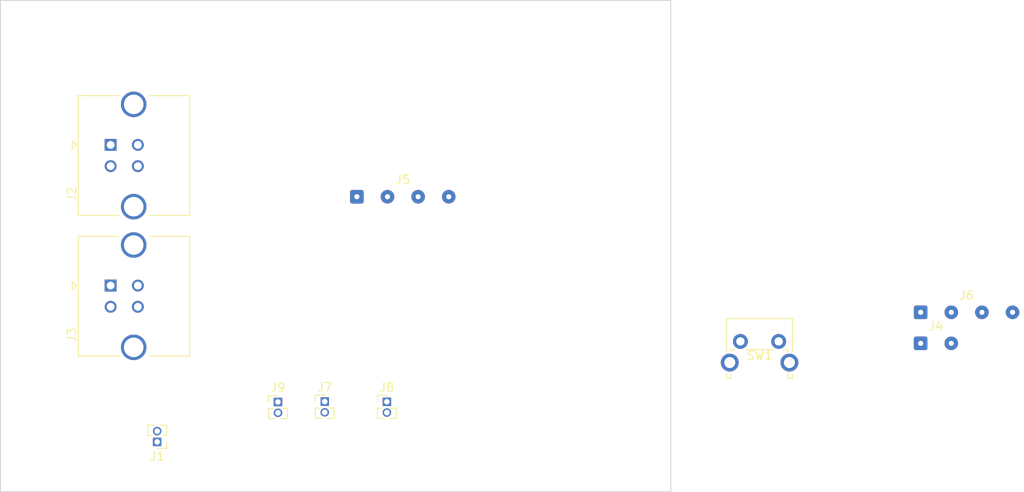
<source format=kicad_pcb>
(kicad_pcb (version 20221018) (generator pcbnew)
  (layers (0 "F.Cu" signal) (31 "B.Cu" signal) (34 "B.Paste" user) (35 "F.Paste" user) (36 "B.SilkS" user "B.Silkscreen") (37 "F.SilkS" user "F.Silkscreen") (38 "B.Mask" user) (39 "F.Mask" user) (44 "Edge.Cuts" user))
  (net 0 "")
  (net 1 "/H1 - Onboard Harp Configuration/Camera2_conn_trigger")
  (net 2 "/H1 - Onboard Harp Configuration/Camera1_conn_trigger")
  (net 3 "/H1 - Onboard Harp Configuration/USB1_V+")
  (net 4 "/H1 - Onboard Harp Configuration/USB1_data-")
  (net 5 "/H1 - Onboard Harp Configuration/USB1_data+")
  (net 6 "GNDD")
  (net 7 "/H1 - Onboard Harp Configuration/USB2_V+")
  (net 8 "/Bonsai Interface PC/HARP1_USB_toBonsai ??")
  (net 9 "/Bonsai Interface PC/HARP2 _USB_toBonsai ??")
  (net 10 "/Bonsai Interface PC/USB2_V+")
  (net 11 "/Bonsai Interface PC/USB2_GND")
  (net 12 "/Bonsai Interface PC/USB1_V+")
  (net 13 "/Bonsai Interface PC/USB1_data-")
  (net 14 "/Bonsai Interface PC/USB1_data+")
  (net 15 "/Bonsai Interface PC/USB1_GND")
  (net 16 "+12V")
  (net 17 "+12P")
  (net 18 "USB2_data-")
  (net 19 "USB2_data+")
  (net 22 "+3.3V")
  (footprint "Connector_Wire:SolderWire-0.1sqmm_1x04_P3.6mm_D0.4mm_OD1mm" (layer "F.Cu") (at 201.05 111.175)
    (fp_text reference "J6" (at 5.4 -2) (layer "F.SilkS"))
    (fp_text value "Conn_01x04_Male")
    (pad "1" thru_hole roundrect (at 0 0) (size 1.6 1.6) (drill 0.6) (layers "*.Cu" "*.Mask") (roundrect_rratio 0.15625) (net 12 "/Bonsai Interface PC/USB1_V+"))
    (pad "2" thru_hole circle (at 3.6 0) (size 1.6 1.6) (drill 0.6) (layers "*.Cu" "*.Mask") (net 13 "/Bonsai Interface PC/USB1_data-"))
    (pad "3" thru_hole circle (at 7.2 0) (size 1.6 1.6) (drill 0.6) (layers "*.Cu" "*.Mask") (net 14 "/Bonsai Interface PC/USB1_data+"))
    (pad "4" thru_hole circle (at 10.8 0) (size 1.6 1.6) (drill 0.6) (layers "*.Cu" "*.Mask") (net 15 "/Bonsai Interface PC/USB1_GND"))
  )
  (footprint "Connector_Wire:SolderWire-0.1sqmm_1x04_P3.6mm_D0.4mm_OD1mm" (layer "F.Cu") (at 134.775 97.575)
    (fp_text reference "J5" (at 5.4 -2) (layer "F.SilkS"))
    (fp_text value "Conn_01x04_Male")
    (pad "1" thru_hole roundrect (at 0 0) (size 1.6 1.6) (drill 0.6) (layers "*.Cu" "*.Mask") (roundrect_rratio 0.15625) (net 10 "/Bonsai Interface PC/USB2_V+"))
    (pad "2" thru_hole circle (at 3.6 0) (size 1.6 1.6) (drill 0.6) (layers "*.Cu" "*.Mask") (net 18 "USB2_data-"))
    (pad "3" thru_hole circle (at 7.2 0) (size 1.6 1.6) (drill 0.6) (layers "*.Cu" "*.Mask") (net 19 "USB2_data+"))
    (pad "4" thru_hole circle (at 10.8 0) (size 1.6 1.6) (drill 0.6) (layers "*.Cu" "*.Mask") (net 11 "/Bonsai Interface PC/USB2_GND"))
  )
  (footprint "Button_Switch_THT:SW_Tactile_SPST_Angled_PTS645Vx83-2LFS" (layer "F.Cu") (at 179.86 114.6)
    (fp_text reference "SW1" (at 2.25 1.68) (layer "F.SilkS"))
    (fp_text value "SW_Push_Open")
    (fp_line (start -1.61 -2.7) (end -1.61 1.2) (stroke (width 0.12)) (layer "F.SilkS"))
    (fp_line (start -1.61 -2.7) (end 6.11 -2.7) (stroke (width 0.12)) (layer "F.SilkS"))
    (fp_line (start -1.61 3.8) (end -1.61 4.31) (stroke (width 0.12)) (layer "F.SilkS"))
    (fp_line (start -1.61 4.31) (end -1.09 4.31) (stroke (width 0.12)) (layer "F.SilkS"))
    (fp_line (start -1.09 0.97) (end -1.09 1.2) (stroke (width 0.12)) (layer "F.SilkS"))
    (fp_line (start -1.09 0.97) (end -0.55 0.97) (stroke (width 0.12)) (layer "F.SilkS"))
    (fp_line (start -1.09 3.8) (end -1.09 4.31) (stroke (width 0.12)) (layer "F.SilkS"))
    (fp_line (start 0.55 0.97) (end 3.95 0.97) (stroke (width 0.12)) (layer "F.SilkS"))
    (fp_line (start 5.05 0.97) (end 5.59 0.97) (stroke (width 0.12)) (layer "F.SilkS"))
    (fp_line (start 5.59 0.97) (end 5.59 1.2) (stroke (width 0.12)) (layer "F.SilkS"))
    (fp_line (start 5.59 3.8) (end 5.59 4.31) (stroke (width 0.12)) (layer "F.SilkS"))
    (fp_line (start 5.59 4.31) (end 6.11 4.31) (stroke (width 0.12)) (layer "F.SilkS"))
    (fp_line (start 6.11 -2.7) (end 6.11 1.2) (stroke (width 0.12)) (layer "F.SilkS"))
    (fp_line (start 6.11 3.8) (end 6.11 4.31) (stroke (width 0.12)) (layer "F.SilkS"))
    (pad "" thru_hole circle (at -1.25 2.49) (size 2.1 2.1) (drill 1.3) (layers "*.Cu" "*.Mask"))
    (pad "" thru_hole circle (at 5.76 2.49) (size 2.1 2.1) (drill 1.3) (layers "*.Cu" "*.Mask"))
    (pad "1" thru_hole circle (at 0 0) (size 1.75 1.75) (drill 0.99) (layers "*.Cu" "*.Mask") (net 16 "+12V"))
    (pad "2" thru_hole circle (at 4.5 0) (size 1.75 1.75) (drill 0.99) (layers "*.Cu" "*.Mask") (net 17 "+12P"))
  )
  (footprint "Connector_USB:USB_B_TE_5787834_Vertical" (layer "F.Cu") (at 105.83 91.475 90)
    (fp_text reference "J2" (at -5.8 -4.55 90) (layer "F.SilkS"))
    (fp_text value "USB_B")
    (fp_line (start -8.3 -3.8) (end 5.8 -3.8) (stroke (width 0.12)) (layer "F.SilkS"))
    (fp_line (start -8.3 1) (end -8.3 -3.8) (stroke (width 0.12)) (layer "F.SilkS"))
    (fp_line (start -8.3 9.3) (end -8.3 4.5) (stroke (width 0.12)) (layer "F.SilkS"))
    (fp_line (start -0.5 -4.5) (end 0 -4) (stroke (width 0.12)) (layer "F.SilkS"))
    (fp_line (start 0 -4) (end 0.5 -4.5) (stroke (width 0.12)) (layer "F.SilkS"))
    (fp_line (start 0.5 -4.5) (end -0.5 -4.5) (stroke (width 0.12)) (layer "F.SilkS"))
    (fp_line (start 5.8 -3.8) (end 5.8 1) (stroke (width 0.12)) (layer "F.SilkS"))
    (fp_line (start 5.8 4.5) (end 5.8 9.3) (stroke (width 0.12)) (layer "F.SilkS"))
    (fp_line (start 5.8 9.3) (end -8.3 9.3) (stroke (width 0.12)) (layer "F.SilkS"))
    (pad "1" thru_hole rect (at 0 0 90) (size 1.4 1.4) (drill 0.92) (layers "*.Cu" "*.Mask") (net 3 "/H1 - Onboard Harp Configuration/USB1_V+"))
    (pad "2" thru_hole circle (at -2.5 0 90) (size 1.4 1.4) (drill 0.92) (layers "*.Cu" "*.Mask") (net 4 "/H1 - Onboard Harp Configuration/USB1_data-"))
    (pad "3" thru_hole circle (at -2.5 3.2 90) (size 1.4 1.4) (drill 0.92) (layers "*.Cu" "*.Mask") (net 5 "/H1 - Onboard Harp Configuration/USB1_data+"))
    (pad "4" thru_hole circle (at 0 3.2 90) (size 1.4 1.4) (drill 0.92) (layers "*.Cu" "*.Mask") (net 6 "GNDD"))
    (pad "5" thru_hole circle (at -7.27 2.71 90) (size 3 3) (drill 2.3) (layers "*.Cu" "*.Mask") (net 6 "GNDD"))
    (pad "5" thru_hole circle (at 4.77 2.71 90) (size 3 3) (drill 2.3) (layers "*.Cu" "*.Mask") (net 6 "GNDD"))
  )
  (footprint "Connector_PinHeader_1.27mm:PinHeader_1x02_P1.27mm_Vertical" (layer "F.Cu") (at 131 121.675)
    (fp_text reference "J7" (at 0 -1.695) (layer "F.SilkS"))
    (fp_text value "Conn_01x02_Female")
    (fp_line (start -1.11 -0.76) (end 0 -0.76) (stroke (width 0.12)) (layer "F.SilkS"))
    (fp_line (start -1.11 0) (end -1.11 -0.76) (stroke (width 0.12)) (layer "F.SilkS"))
    (fp_line (start -1.11 0.76) (end -1.11 1.965) (stroke (width 0.12)) (layer "F.SilkS"))
    (fp_line (start -1.11 0.76) (end -0.563471 0.76) (stroke (width 0.12)) (layer "F.SilkS"))
    (fp_line (start -1.11 1.965) (end -0.30753 1.965) (stroke (width 0.12)) (layer "F.SilkS"))
    (fp_line (start 0.30753 1.965) (end 1.11 1.965) (stroke (width 0.12)) (layer "F.SilkS"))
    (fp_line (start 0.563471 0.76) (end 1.11 0.76) (stroke (width 0.12)) (layer "F.SilkS"))
    (fp_line (start 1.11 0.76) (end 1.11 1.965) (stroke (width 0.12)) (layer "F.SilkS"))
    (pad "1" thru_hole rect (at 0 0) (size 1 1) (drill 0.65) (layers "*.Cu" "*.Mask"))
    (pad "2" thru_hole oval (at 0 1.27) (size 1 1) (drill 0.65) (layers "*.Cu" "*.Mask") (net 22 "+3.3V"))
  )
  (footprint "Connector_PinHeader_1.27mm:PinHeader_1x02_P1.27mm_Vertical" (layer "F.Cu") (at 125.5 121.725)
    (fp_text reference "J9" (at 0 -1.695) (layer "F.SilkS"))
    (fp_text value "Conn_01x02_Female")
    (fp_line (start -1.11 -0.76) (end 0 -0.76) (stroke (width 0.12)) (layer "F.SilkS"))
    (fp_line (start -1.11 0) (end -1.11 -0.76) (stroke (width 0.12)) (layer "F.SilkS"))
    (fp_line (start -1.11 0.76) (end -1.11 1.965) (stroke (width 0.12)) (layer "F.SilkS"))
    (fp_line (start -1.11 0.76) (end -0.563471 0.76) (stroke (width 0.12)) (layer "F.SilkS"))
    (fp_line (start -1.11 1.965) (end -0.30753 1.965) (stroke (width 0.12)) (layer "F.SilkS"))
    (fp_line (start 0.30753 1.965) (end 1.11 1.965) (stroke (width 0.12)) (layer "F.SilkS"))
    (fp_line (start 0.563471 0.76) (end 1.11 0.76) (stroke (width 0.12)) (layer "F.SilkS"))
    (fp_line (start 1.11 0.76) (end 1.11 1.965) (stroke (width 0.12)) (layer "F.SilkS"))
    (pad "1" thru_hole rect (at 0 0) (size 1 1) (drill 0.65) (layers "*.Cu" "*.Mask") (net 22 "+3.3V"))
    (pad "2" thru_hole oval (at 0 1.27) (size 1 1) (drill 0.65) (layers "*.Cu" "*.Mask") (net 22 "+3.3V"))
  )
  (footprint "Connector_PinHeader_1.27mm:PinHeader_1x02_P1.27mm_Vertical" (layer "F.Cu") (at 111.3 126.425 180)
    (fp_text reference "J1" (at 0 -1.695) (layer "F.SilkS"))
    (fp_text value "Conn_01x02_Female")
    (fp_line (start -1.11 -0.76) (end 0 -0.76) (stroke (width 0.12)) (layer "F.SilkS"))
    (fp_line (start -1.11 0) (end -1.11 -0.76) (stroke (width 0.12)) (layer "F.SilkS"))
    (fp_line (start -1.11 0.76) (end -1.11 1.965) (stroke (width 0.12)) (layer "F.SilkS"))
    (fp_line (start -1.11 0.76) (end -0.563471 0.76) (stroke (width 0.12)) (layer "F.SilkS"))
    (fp_line (start -1.11 1.965) (end -0.30753 1.965) (stroke (width 0.12)) (layer "F.SilkS"))
    (fp_line (start 0.30753 1.965) (end 1.11 1.965) (stroke (width 0.12)) (layer "F.SilkS"))
    (fp_line (start 0.563471 0.76) (end 1.11 0.76) (stroke (width 0.12)) (layer "F.SilkS"))
    (fp_line (start 1.11 0.76) (end 1.11 1.965) (stroke (width 0.12)) (layer "F.SilkS"))
    (pad "1" thru_hole rect (at 0 0 180) (size 1 1) (drill 0.65) (layers "*.Cu" "*.Mask") (net 1 "/H1 - Onboard Harp Configuration/Camera2_conn_trigger"))
    (pad "2" thru_hole oval (at 0 1.27 180) (size 1 1) (drill 0.65) (layers "*.Cu" "*.Mask") (net 2 "/H1 - Onboard Harp Configuration/Camera1_conn_trigger"))
  )
  (footprint "Connector_USB:USB_B_TE_5787834_Vertical" (layer "F.Cu") (at 105.83 108.025 90)
    (fp_text reference "J3" (at -5.8 -4.55 90) (layer "F.SilkS"))
    (fp_text value "USB_B")
    (fp_line (start -8.3 -3.8) (end 5.8 -3.8) (stroke (width 0.12)) (layer "F.SilkS"))
    (fp_line (start -8.3 1) (end -8.3 -3.8) (stroke (width 0.12)) (layer "F.SilkS"))
    (fp_line (start -8.3 9.3) (end -8.3 4.5) (stroke (width 0.12)) (layer "F.SilkS"))
    (fp_line (start -0.5 -4.5) (end 0 -4) (stroke (width 0.12)) (layer "F.SilkS"))
    (fp_line (start 0 -4) (end 0.5 -4.5) (stroke (width 0.12)) (layer "F.SilkS"))
    (fp_line (start 0.5 -4.5) (end -0.5 -4.5) (stroke (width 0.12)) (layer "F.SilkS"))
    (fp_line (start 5.8 -3.8) (end 5.8 1) (stroke (width 0.12)) (layer "F.SilkS"))
    (fp_line (start 5.8 4.5) (end 5.8 9.3) (stroke (width 0.12)) (layer "F.SilkS"))
    (fp_line (start 5.8 9.3) (end -8.3 9.3) (stroke (width 0.12)) (layer "F.SilkS"))
    (pad "1" thru_hole rect (at 0 0 90) (size 1.4 1.4) (drill 0.92) (layers "*.Cu" "*.Mask") (net 7 "/H1 - Onboard Harp Configuration/USB2_V+"))
    (pad "2" thru_hole circle (at -2.5 0 90) (size 1.4 1.4) (drill 0.92) (layers "*.Cu" "*.Mask") (net 18 "USB2_data-"))
    (pad "3" thru_hole circle (at -2.5 3.2 90) (size 1.4 1.4) (drill 0.92) (layers "*.Cu" "*.Mask") (net 19 "USB2_data+"))
    (pad "4" thru_hole circle (at 0 3.2 90) (size 1.4 1.4) (drill 0.92) (layers "*.Cu" "*.Mask") (net 6 "GNDD"))
    (pad "5" thru_hole circle (at -7.27 2.71 90) (size 3 3) (drill 2.3) (layers "*.Cu" "*.Mask") (net 6 "GNDD"))
    (pad "5" thru_hole circle (at 4.77 2.71 90) (size 3 3) (drill 2.3) (layers "*.Cu" "*.Mask") (net 6 "GNDD"))
  )
  (footprint "Connector_Wire:SolderWire-0.1sqmm_1x02_P3.6mm_D0.4mm_OD1mm" (layer "F.Cu") (at 201.05 114.825)
    (fp_text reference "J4" (at 1.8 -2) (layer "F.SilkS"))
    (fp_text value "Conn_01x02_Female")
    (pad "1" thru_hole roundrect (at 0 0) (size 1.6 1.6) (drill 0.6) (layers "*.Cu" "*.Mask") (roundrect_rratio 0.15625) (net 8 "/Bonsai Interface PC/HARP1_USB_toBonsai ??"))
    (pad "2" thru_hole circle (at 3.6 0) (size 1.6 1.6) (drill 0.6) (layers "*.Cu" "*.Mask") (net 9 "/Bonsai Interface PC/HARP2 _USB_toBonsai ??"))
  )
  (footprint "Connector_PinHeader_1.27mm:PinHeader_1x02_P1.27mm_Vertical" (layer "F.Cu") (at 138.3 121.7)
    (fp_text reference "J8" (at 0 -1.695) (layer "F.SilkS"))
    (fp_text value "Conn_01x02_Female")
    (fp_line (start -1.11 -0.76) (end 0 -0.76) (stroke (width 0.12)) (layer "F.SilkS"))
    (fp_line (start -1.11 0) (end -1.11 -0.76) (stroke (width 0.12)) (layer "F.SilkS"))
    (fp_line (start -1.11 0.76) (end -1.11 1.965) (stroke (width 0.12)) (layer "F.SilkS"))
    (fp_line (start -1.11 0.76) (end -0.563471 0.76) (stroke (width 0.12)) (layer "F.SilkS"))
    (fp_line (start -1.11 1.965) (end -0.30753 1.965) (stroke (width 0.12)) (layer "F.SilkS"))
    (fp_line (start 0.30753 1.965) (end 1.11 1.965) (stroke (width 0.12)) (layer "F.SilkS"))
    (fp_line (start 0.563471 0.76) (end 1.11 0.76) (stroke (width 0.12)) (layer "F.SilkS"))
    (fp_line (start 1.11 0.76) (end 1.11 1.965) (stroke (width 0.12)) (layer "F.SilkS"))
    (pad "1" thru_hole rect (at 0 0) (size 1 1) (drill 0.65) (layers "*.Cu" "*.Mask") (net 22 "+3.3V"))
    (pad "2" thru_hole oval (at 0 1.27) (size 1 1) (drill 0.65) (layers "*.Cu" "*.Mask"))
  )
  (gr_rect (start 92.875 74.475) (end 171.675 132.275) (stroke (width 0.1)) (fill none) (layer "Edge.Cuts"))
)
</source>
